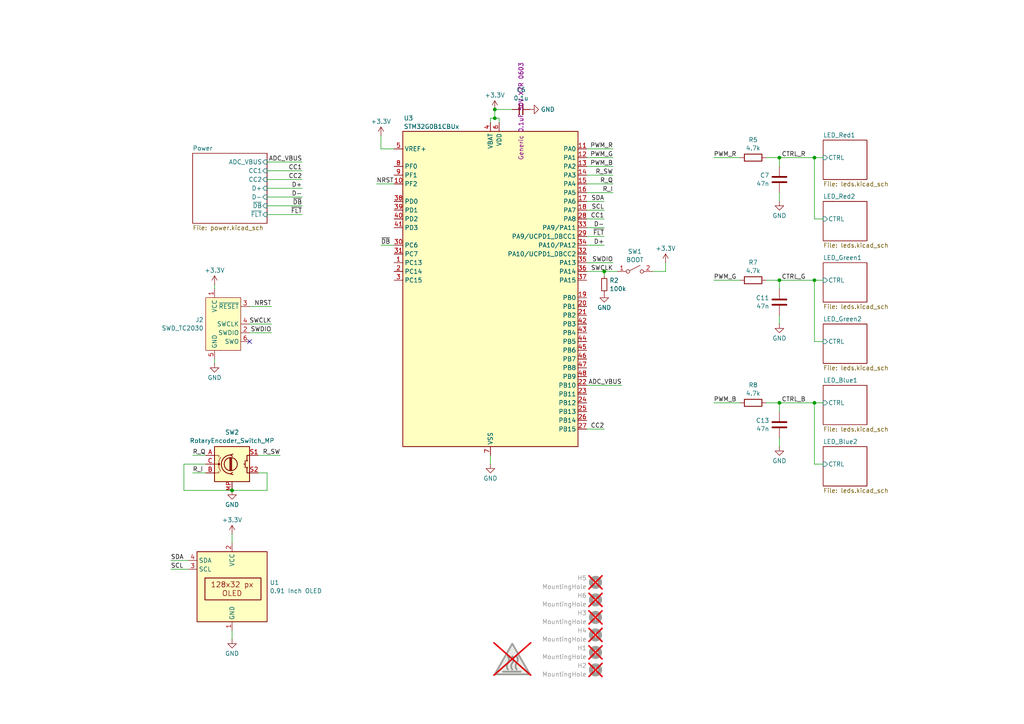
<source format=kicad_sch>
(kicad_sch (version 20250114) (generator "eeschema") (generator_version "9.0")
  (paper "A4")
  (lib_symbols
    (symbol "Connector:Conn_ARM_SWD_TagConnect_TC2030-NL" (in_bom no)
      (property "Reference" "J" (at 2.54 11.43 0))
      (property "Value" "Conn_ARM_SWD_TagConnect_TC2030-NL" (at 2.54 8.89 0))
      (symbol "Conn_ARM_SWD_TagConnect_TC2030-NL_0_0"
        (pin power_in line (at -2.54 10.16 270) (length 2.54) (name "VCC") (number "1"))
        (pin power_in line (at -2.54 -10.16 90) (length 2.54) (name "GND") (number "5"))
        (pin open_collector line (at 7.62 5.08 180) (length 2.54) (name "~{RESET}") (number "3"))
        (pin output line (at 7.62 0 180) (length 2.54) (name "SWCLK") (number "4"))
        (pin bidirectional line (at 7.62 -2.54 180) (length 2.54) (name "SWDIO") (number "2"))
        (pin input line (at 7.62 -5.08 180) (length 2.54) (name "SWO") (number "6"))
      )
      (symbol "Conn_ARM_SWD_TagConnect_TC2030-NL_0_1"
        (rectangle (start -5.08 7.62) (end 5.08 -7.62) (fill (type background)))
      )
    )
    (symbol "Device:C" (pin_numbers (hide yes)) (pin_names (offset 0.254))
      (property "Reference" "C" (at 0.635 2.54 0))
      (property "Value" "C" (at 0.635 -2.54 0))
      (symbol "C_0_1"
        (polyline (pts (xy -2.032 0.762) (xy 2.032 0.762)) (stroke (width 0.508)))
        (polyline (pts (xy -2.032 -0.762) (xy 2.032 -0.762)) (stroke (width 0.508)))
      )
      (symbol "C_1_1"
        (pin passive line (at 0 3.81 270) (length 2.794) (name "~") (number "1"))
        (pin passive line (at 0 -3.81 90) (length 2.794) (name "~") (number "2"))
      )
    )
    (symbol "Device:C_Small" (pin_numbers (hide yes)) (pin_names (offset 0.254) (hide yes))
      (property "Reference" "C" (at 0.254 1.778 0))
      (property "Value" "C_Small" (at 0.254 -2.032 0))
      (symbol "C_Small_0_1"
        (polyline (pts (xy -1.524 0.508) (xy 1.524 0.508)) (stroke (width 0.3048)))
        (polyline (pts (xy -1.524 -0.508) (xy 1.524 -0.508)) (stroke (width 0.3302)))
      )
      (symbol "C_Small_1_1"
        (pin passive line (at 0 2.54 270) (length 2.032) (name "~") (number "1"))
        (pin passive line (at 0 -2.54 90) (length 2.032) (name "~") (number "2"))
      )
    )
    (symbol "Device:R" (pin_numbers (hide yes)) (pin_names (offset 0))
      (property "Reference" "R" (at 2.032 0 90))
      (property "Value" "R" (at 0 0 90))
      (symbol "R_0_1"
        (rectangle (start -1.016 -2.54) (end 1.016 2.54) (stroke (width 0.254)))
      )
      (symbol "R_1_1"
        (pin passive line (at 0 3.81 270) (length 1.27) (name "~") (number "1"))
        (pin passive line (at 0 -3.81 90) (length 1.27) (name "~") (number "2"))
      )
    )
    (symbol "Device:R_Small" (pin_numbers (hide yes)) (pin_names (offset 0.254) (hide yes))
      (property "Reference" "R" (at 0.762 0.508 0))
      (property "Value" "R_Small" (at 0.762 -1.016 0))
      (symbol "R_Small_0_1"
        (rectangle (start -0.762 1.778) (end 0.762 -1.778) (stroke (width 0.2032)))
      )
      (symbol "R_Small_1_1"
        (pin passive line (at 0 2.54 270) (length 0.762) (name "~") (number "1"))
        (pin passive line (at 0 -2.54 90) (length 0.762) (name "~") (number "2"))
      )
    )
    (symbol "Device:RotaryEncoder_Switch_MP" (pin_names (offset 0.254) (hide yes))
      (property "Reference" "SW" (at 0 8.89 0))
      (property "Value" "RotaryEncoder_Switch_MP" (at 0 6.35 0))
      (symbol "RotaryEncoder_Switch_MP_0_1"
        (rectangle (start -5.08 5.08) (end 5.08 -5.08) (stroke (width 0.254)) (fill (type background)))
        (polyline (pts (xy -5.08 2.54) (xy -3.81 2.54) (xy -3.81 2.032)))
        (polyline (pts (xy -5.08 0) (xy -3.81 0) (xy -3.81 -1.016) (xy -3.302 -2.032)))
        (polyline (pts (xy -5.08 -2.54) (xy -3.81 -2.54) (xy -3.81 -2.032)))
        (polyline (pts (xy -4.318 0) (xy -3.81 0) (xy -3.81 1.016) (xy -3.302 2.032)))
        (circle (center -3.81 0) (radius 0.254) (fill (type outline)))
        (polyline (pts (xy -0.635 -1.778) (xy -0.635 1.778)) (stroke (width 0.254)))
        (circle (center -0.381 0) (radius 1.905) (stroke (width 0.254)))
        (polyline (pts (xy -0.381 -1.778) (xy -0.381 1.778)) (stroke (width 0.254)))
        (arc (start -0.381 -2.794) (mid -3.0988 -0.0635) (end -0.381 2.667) (stroke (width 0.254)))
        (polyline (pts (xy -0.127 1.778) (xy -0.127 -1.778)) (stroke (width 0.254)))
        (polyline (pts (xy 0.254 2.921) (xy -0.508 2.667) (xy 0.127 2.286)) (stroke (width 0.254)))
        (polyline (pts (xy 0.254 -3.048) (xy -0.508 -2.794) (xy 0.127 -2.413)) (stroke (width 0.254)))
        (polyline (pts (xy 3.81 1.016) (xy 3.81 -1.016)) (stroke (width 0.254)))
        (polyline (pts (xy 3.81 0) (xy 3.429 0)) (stroke (width 0.254)))
        (circle (center 4.318 1.016) (radius 0.127) (stroke (width 0.254)))
        (circle (center 4.318 -1.016) (radius 0.127) (stroke (width 0.254)))
        (polyline (pts (xy 5.08 2.54) (xy 4.318 2.54) (xy 4.318 1.016)) (stroke (width 0.254)))
        (polyline (pts (xy 5.08 -2.54) (xy 4.318 -2.54) (xy 4.318 -1.016)) (stroke (width 0.254)))
      )
      (symbol "RotaryEncoder_Switch_MP_1_1"
        (pin passive line (at -7.62 2.54 0) (length 2.54) (name "A") (number "A"))
        (pin passive line (at -7.62 0 0) (length 2.54) (name "C") (number "C"))
        (pin passive line (at -7.62 -2.54 0) (length 2.54) (name "B") (number "B"))
        (pin passive line (at 0 -7.62 90) (length 2.54) (name "MP") (number "MP"))
        (pin passive line (at 7.62 2.54 180) (length 2.54) (name "S1") (number "S1"))
        (pin passive line (at 7.62 -2.54 180) (length 2.54) (name "S2") (number "S2"))
      )
    )
    (symbol "Display_Graphic:0.91_Inch_OLED"
      (property "Reference" "U" (at 21.844 -5.842 0))
      (property "Value" "0.91 Inch OLED" (at 28.702 -8.128 0))
      (symbol "0.91_Inch_OLED_1_1"
        (rectangle (start 0 0) (end 20.32 -20.32) (stroke (width 0.254)) (fill (type background)))
        (rectangle (start 2.286 -7.62) (end 18.542 -13.97) (stroke (width 0.254)))
        (text "128x32 px" (at 10.16 -9.525 0) (effects (font (size 1.524 1.524))))
        (text "OLED" (at 10.16 -12.065 0) (effects (font (size 1.524 1.524))))
        (pin bidirectional line (at -2.54 -2.54 0) (length 2.54) (name "SDA") (number "4"))
        (pin input line (at -2.54 -5.08 0) (length 2.54) (name "SCL") (number "3"))
        (pin power_in line (at 10.16 2.54 270) (length 2.54) (name "VCC") (number "2"))
        (pin power_in line (at 10.16 -22.86 90) (length 2.54) (name "GND") (number "1"))
      )
    )
    (symbol "Graphic:SYM_Hot_Large" (on_board no)
      (symbol "SYM_Hot_Large_0_1"
        (polyline (pts (xy -5.08 -5.08) (xy 5.08 -5.08) (xy 0 3.81) (xy -5.08 -5.08)) (stroke (width 0.508)) (fill (type background)))
        (arc (start -1.27 -1.778) (mid -0.9449 -2.7305) (end -1.27 -3.683) (stroke (width 0.508)))
        (polyline (pts (xy -2.413 -4.318) (xy 2.667 -4.318)) (stroke (width 0.508)))
        (arc (start 0 -1.778) (mid 0.3251 -2.7305) (end 0 -3.683) (stroke (width 0.508)))
        (arc (start -1.27 -1.778) (mid -1.5951 -0.8255) (end -1.27 0.127) (stroke (width 0.508)))
        (arc (start 1.27 -1.778) (mid 1.5951 -2.7305) (end 1.27 -3.683) (stroke (width 0.508)))
        (arc (start 0 -1.778) (mid -0.3251 -0.8255) (end 0 0.127) (stroke (width 0.508)))
        (arc (start 1.27 -1.778) (mid 0.9449 -0.8255) (end 1.27 0.127) (stroke (width 0.508)))
      )
    )
    (symbol "MCU_ST_STM32G0:STM32G0B1CBUx"
      (property "Reference" "U" (at -25.4 46.99 0))
      (property "Value" "STM32G0B1CBUx" (at 5.08 46.99 0))
      (symbol "STM32G0B1CBUx_0_1"
        (rectangle (start -25.4 -45.72) (end 25.4 45.72) (stroke (width 0.254)) (fill (type background)))
      )
      (symbol "STM32G0B1CBUx_1_1"
        (pin input line (at -27.94 40.64 0) (length 2.54) (name "VREF+") (number "5"))
        (pin bidirectional line (at -27.94 35.56 0) (length 2.54) (name "PF0") (number "8"))
        (pin bidirectional line (at -27.94 33.02 0) (length 2.54) (name "PF1") (number "9"))
        (pin bidirectional line (at -27.94 30.48 0) (length 2.54) (name "PF2") (number "10"))
        (pin bidirectional line (at -27.94 25.4 0) (length 2.54) (name "PD0") (number "38"))
        (pin bidirectional line (at -27.94 22.86 0) (length 2.54) (name "PD1") (number "39"))
        (pin bidirectional line (at -27.94 20.32 0) (length 2.54) (name "PD2") (number "40"))
        (pin bidirectional line (at -27.94 17.78 0) (length 2.54) (name "PD3") (number "41"))
        (pin bidirectional line (at -27.94 12.7 0) (length 2.54) (name "PC6") (number "30"))
        (pin bidirectional line (at -27.94 10.16 0) (length 2.54) (name "PC7") (number "31"))
        (pin bidirectional line (at -27.94 7.62 0) (length 2.54) (name "PC13") (number "1"))
        (pin bidirectional line (at -27.94 5.08 0) (length 2.54) (name "PC14") (number "2"))
        (pin bidirectional line (at -27.94 2.54 0) (length 2.54) (name "PC15") (number "3"))
        (pin power_in line (at 0 48.26 270) (length 2.54) (name "VBAT") (number "4"))
        (pin passive line (at 0 -48.26 90) (length 2.54) (hide yes) (name "VSS") (number "49"))
        (pin power_in line (at 0 -48.26 90) (length 2.54) (name "VSS") (number "7"))
        (pin power_in line (at 2.54 48.26 270) (length 2.54) (name "VDD") (number "6"))
        (pin bidirectional line (at 27.94 40.64 180) (length 2.54) (name "PA0") (number "11"))
        (pin bidirectional line (at 27.94 38.1 180) (length 2.54) (name "PA1") (number "12"))
        (pin bidirectional line (at 27.94 35.56 180) (length 2.54) (name "PA2") (number "13"))
        (pin bidirectional line (at 27.94 33.02 180) (length 2.54) (name "PA3") (number "14"))
        (pin bidirectional line (at 27.94 30.48 180) (length 2.54) (name "PA4") (number "15"))
        (pin bidirectional line (at 27.94 27.94 180) (length 2.54) (name "PA5") (number "16"))
        (pin bidirectional line (at 27.94 25.4 180) (length 2.54) (name "PA6") (number "17"))
        (pin bidirectional line (at 27.94 22.86 180) (length 2.54) (name "PA7") (number "18"))
        (pin bidirectional line (at 27.94 20.32 180) (length 2.54) (name "PA8") (number "28"))
        (pin bidirectional line (at 27.94 17.78 180) (length 2.54) (name "PA9/PA11") (number "33"))
        (pin bidirectional line (at 27.94 15.24 180) (length 2.54) (name "PA9/UCPD1_DBCC1") (number "29"))
        (pin bidirectional line (at 27.94 12.7 180) (length 2.54) (name "PA10/PA12") (number "34"))
        (pin bidirectional line (at 27.94 10.16 180) (length 2.54) (name "PA10/UCPD1_DBCC2") (number "32"))
        (pin bidirectional line (at 27.94 7.62 180) (length 2.54) (name "PA13") (number "35"))
        (pin bidirectional line (at 27.94 5.08 180) (length 2.54) (name "PA14") (number "36"))
        (pin bidirectional line (at 27.94 2.54 180) (length 2.54) (name "PA15") (number "37"))
        (pin bidirectional line (at 27.94 -2.54 180) (length 2.54) (name "PB0") (number "19"))
        (pin bidirectional line (at 27.94 -5.08 180) (length 2.54) (name "PB1") (number "20"))
        (pin bidirectional line (at 27.94 -7.62 180) (length 2.54) (name "PB2") (number "21"))
        (pin bidirectional line (at 27.94 -10.16 180) (length 2.54) (name "PB3") (number "42"))
        (pin bidirectional line (at 27.94 -12.7 180) (length 2.54) (name "PB4") (number "43"))
        (pin bidirectional line (at 27.94 -15.24 180) (length 2.54) (name "PB5") (number "44"))
        (pin bidirectional line (at 27.94 -17.78 180) (length 2.54) (name "PB6") (number "45"))
        (pin bidirectional line (at 27.94 -20.32 180) (length 2.54) (name "PB7") (number "46"))
        (pin bidirectional line (at 27.94 -22.86 180) (length 2.54) (name "PB8") (number "47"))
        (pin bidirectional line (at 27.94 -25.4 180) (length 2.54) (name "PB9") (number "48"))
        (pin bidirectional line (at 27.94 -27.94 180) (length 2.54) (name "PB10") (number "22"))
        (pin bidirectional line (at 27.94 -30.48 180) (length 2.54) (name "PB11") (number "23"))
        (pin bidirectional line (at 27.94 -33.02 180) (length 2.54) (name "PB12") (number "24"))
        (pin bidirectional line (at 27.94 -35.56 180) (length 2.54) (name "PB13") (number "25"))
        (pin bidirectional line (at 27.94 -38.1 180) (length 2.54) (name "PB14") (number "26"))
        (pin bidirectional line (at 27.94 -40.64 180) (length 2.54) (name "PB15") (number "27"))
      )
    )
    (symbol "Mechanical:MountingHole" (pin_names (offset 1.016))
      (property "Reference" "H" (at 0 5.08 0))
      (property "Value" "MountingHole" (at 0 3.175 0))
      (symbol "MountingHole_0_1"
        (circle (center 0 0) (radius 1.27) (stroke (width 1.27)))
      )
    )
    (symbol "Switch:SW_SPST" (pin_names (offset 0) (hide yes))
      (property "Reference" "SW" (at 0 3.175 0))
      (property "Value" "SW_SPST" (at 0 -2.54 0))
      (symbol "SW_SPST_0_0"
        (circle (center -2.032 0) (radius 0.508))
        (polyline (pts (xy -1.524 0.254) (xy 1.524 1.778)))
        (circle (center 2.032 0) (radius 0.508))
      )
      (symbol "SW_SPST_1_1"
        (pin passive line (at -5.08 0 0) (length 2.54) (name "A") (number "1"))
        (pin passive line (at 5.08 0 180) (length 2.54) (name "B") (number "2"))
      )
    )
    (symbol "power:+3.3V" (power) (pin_numbers (hide yes)) (pin_names (offset 0) (hide yes))
      (property "Value" "+3.3V" (at 0 3.556 0))
      (symbol "+3.3V_0_1"
        (polyline (pts (xy -0.762 1.27) (xy 0 2.54)))
        (polyline (pts (xy 0 2.54) (xy 0.762 1.27)))
        (polyline (pts (xy 0 0) (xy 0 2.54)))
      )
      (symbol "+3.3V_1_1"
        (pin power_in line (at 0 0 90) (length 0) (name "~") (number "1"))
      )
    )
    (symbol "power:GND" (power) (pin_numbers (hide yes)) (pin_names (offset 0) (hide yes))
      (property "Value" "GND" (at 0 -3.81 0))
      (symbol "GND_0_1"
        (polyline (pts (xy 0 0) (xy 0 -1.27) (xy 1.27 -1.27) (xy 0 -2.54) (xy -1.27 -1.27) (xy 0 -1.27)))
      )
      (symbol "GND_1_1"
        (pin power_in line (at 0 0 270) (length 0) (name "~") (number "1"))
      )
    )
  )
  (junction (at 143.51 34.29))
  (junction (at 226.06 81.28))
  (junction (at 226.06 45.72))
  (junction (at 236.22 81.28))
  (junction (at 175.26 78.74))
  (junction (at 143.51 31.75))
  (junction (at 236.22 45.72))
  (junction (at 226.06 116.84))
  (junction (at 67.31 142.24))
  (junction (at 236.22 116.84))
  (no_connect (at 72.39 99.06))
  (wire (pts (xy 226.06 116.84) (xy 222.25 116.84)))
  (wire (pts (xy 77.47 46.99) (xy 87.63 46.99)))
  (wire (pts (xy 226.06 45.72) (xy 236.22 45.72)))
  (wire (pts (xy 143.51 34.29) (xy 144.78 34.29)))
  (wire (pts (xy 49.53 165.1) (xy 54.61 165.1)))
  (wire (pts (xy 170.18 66.04) (xy 175.26 66.04)))
  (wire (pts (xy 53.34 142.24) (xy 67.31 142.24)))
  (wire (pts (xy 226.06 45.72) (xy 222.25 45.72)))
  (wire (pts (xy 74.93 132.08) (xy 81.28 132.08)))
  (wire (pts (xy 74.93 137.16) (xy 77.47 137.16)))
  (wire (pts (xy 77.47 49.53) (xy 87.63 49.53)))
  (wire (pts (xy 110.49 71.12) (xy 114.3 71.12)))
  (wire (pts (xy 226.06 116.84) (xy 226.06 119.38)))
  (wire (pts (xy 67.31 182.88) (xy 67.31 185.42)))
  (wire (pts (xy 214.63 81.28) (xy 207.01 81.28)))
  (wire (pts (xy 170.18 48.26) (xy 177.8 48.26)))
  (wire (pts (xy 143.51 31.75) (xy 143.51 34.29)))
  (wire (pts (xy 236.22 81.28) (xy 236.22 99.06)))
  (wire (pts (xy 226.06 81.28) (xy 226.06 83.82)))
  (wire (pts (xy 226.06 91.44) (xy 226.06 93.98)))
  (wire (pts (xy 175.26 60.96) (xy 170.18 60.96)))
  (wire (pts (xy 175.26 78.74) (xy 179.07 78.74)))
  (wire (pts (xy 170.18 71.12) (xy 175.26 71.12)))
  (wire (pts (xy 236.22 45.72) (xy 238.76 45.72)))
  (wire (pts (xy 226.06 81.28) (xy 236.22 81.28)))
  (wire (pts (xy 67.31 142.24) (xy 77.47 142.24)))
  (wire (pts (xy 193.04 76.2) (xy 193.04 78.74)))
  (wire (pts (xy 77.47 62.23) (xy 87.63 62.23)))
  (wire (pts (xy 77.47 59.69) (xy 87.63 59.69)))
  (wire (pts (xy 142.24 34.29) (xy 143.51 34.29)))
  (wire (pts (xy 67.31 154.94) (xy 67.31 157.48)))
  (wire (pts (xy 72.39 88.9) (xy 78.74 88.9)))
  (wire (pts (xy 77.47 52.07) (xy 87.63 52.07)))
  (wire (pts (xy 236.22 116.84) (xy 238.76 116.84)))
  (wire (pts (xy 53.34 134.62) (xy 53.34 142.24)))
  (wire (pts (xy 144.78 34.29) (xy 144.78 35.56)))
  (wire (pts (xy 55.88 137.16) (xy 59.69 137.16)))
  (wire (pts (xy 72.39 96.52) (xy 78.74 96.52)))
  (wire (pts (xy 170.18 55.88) (xy 177.8 55.88)))
  (wire (pts (xy 226.06 81.28) (xy 222.25 81.28)))
  (wire (pts (xy 142.24 34.29) (xy 142.24 35.56)))
  (wire (pts (xy 236.22 45.72) (xy 236.22 63.5)))
  (wire (pts (xy 236.22 99.06) (xy 238.76 99.06)))
  (wire (pts (xy 189.23 78.74) (xy 193.04 78.74)))
  (wire (pts (xy 72.39 93.98) (xy 78.74 93.98)))
  (wire (pts (xy 236.22 63.5) (xy 238.76 63.5)))
  (wire (pts (xy 77.47 54.61) (xy 87.63 54.61)))
  (wire (pts (xy 180.34 111.76) (xy 170.18 111.76)))
  (wire (pts (xy 55.88 132.08) (xy 59.69 132.08)))
  (wire (pts (xy 236.22 134.62) (xy 238.76 134.62)))
  (wire (pts (xy 143.51 31.75) (xy 148.59 31.75)))
  (wire (pts (xy 175.26 58.42) (xy 170.18 58.42)))
  (wire (pts (xy 226.06 116.84) (xy 236.22 116.84)))
  (wire (pts (xy 170.18 63.5) (xy 175.26 63.5)))
  (wire (pts (xy 62.23 82.55) (xy 62.23 83.82)))
  (wire (pts (xy 170.18 78.74) (xy 175.26 78.74)))
  (wire (pts (xy 170.18 53.34) (xy 177.8 53.34)))
  (wire (pts (xy 226.06 127) (xy 226.06 129.54)))
  (wire (pts (xy 53.34 134.62) (xy 59.69 134.62)))
  (wire (pts (xy 109.22 53.34) (xy 114.3 53.34)))
  (wire (pts (xy 170.18 124.46) (xy 175.26 124.46)))
  (wire (pts (xy 214.63 116.84) (xy 207.01 116.84)))
  (wire (pts (xy 177.8 43.18) (xy 170.18 43.18)))
  (wire (pts (xy 175.26 78.74) (xy 175.26 80.01)))
  (wire (pts (xy 177.8 45.72) (xy 170.18 45.72)))
  (wire (pts (xy 170.18 76.2) (xy 177.8 76.2)))
  (wire (pts (xy 62.23 104.14) (xy 62.23 105.41)))
  (wire (pts (xy 226.06 45.72) (xy 226.06 48.26)))
  (wire (pts (xy 49.53 162.56) (xy 54.61 162.56)))
  (wire (pts (xy 77.47 57.15) (xy 87.63 57.15)))
  (wire (pts (xy 214.63 45.72) (xy 207.01 45.72)))
  (wire (pts (xy 110.49 43.18) (xy 114.3 43.18)))
  (wire (pts (xy 110.49 39.37) (xy 110.49 43.18)))
  (wire (pts (xy 236.22 116.84) (xy 236.22 134.62)))
  (wire (pts (xy 170.18 50.8) (xy 177.8 50.8)))
  (wire (pts (xy 236.22 81.28) (xy 238.76 81.28)))
  (wire (pts (xy 77.47 137.16) (xy 77.47 142.24)))
  (wire (pts (xy 226.06 55.88) (xy 226.06 58.42)))
  (wire (pts (xy 142.24 132.08) (xy 142.24 134.62)))
  (wire (pts (xy 170.18 68.58) (xy 175.26 68.58)))
  (label "~{DB}" (at 87.63 59.69 180))
  (label "SWCLK" (at 78.74 93.98 180))
  (label "NRST" (at 109.22 53.34 0))
  (label "SCL" (at 175.26 60.96 180))
  (label "SDA" (at 175.26 58.42 180))
  (label "D-" (at 175.26 66.04 180))
  (label "SWDIO" (at 177.8 76.2 180))
  (label "SWCLK" (at 177.8 78.74 180))
  (label "ADC_VBUS" (at 87.63 46.99 180))
  (label "PWM_B" (at 177.8 48.26 180))
  (label "R_Q" (at 55.88 132.08 0))
  (label "SWDIO" (at 78.74 96.52 180))
  (label "CC2" (at 175.26 124.46 180))
  (label "R_Q" (at 177.8 53.34 180))
  (label "CTRL_G" (at 233.68 81.28 180))
  (label "D-" (at 87.63 57.15 180))
  (label "CC1" (at 87.63 49.53 180))
  (label "PWM_B" (at 207.01 116.84 0))
  (label "R_SW" (at 177.8 50.8 180))
  (label "CTRL_B" (at 233.68 116.84 180))
  (label "SDA" (at 49.53 162.56 0))
  (label "ADC_VBUS" (at 180.34 111.76 180))
  (label "PWM_R" (at 207.01 45.72 0))
  (label "D+" (at 175.26 71.12 180))
  (label "PWM_G" (at 177.8 45.72 180))
  (label "~{FLT}" (at 175.26 68.58 180))
  (label "R_SW" (at 81.28 132.08 180))
  (label "R_I" (at 177.8 55.88 180))
  (label "CC1" (at 175.26 63.5 180))
  (label "SCL" (at 49.53 165.1 0))
  (label "NRST" (at 78.74 88.9 180))
  (label "~{DB}" (at 110.49 71.12 0))
  (label "PWM_R" (at 177.8 43.18 180))
  (label "CC2" (at 87.63 52.07 180))
  (label "~{FLT}" (at 87.63 62.23 180))
  (label "R_I" (at 55.88 137.16 0))
  (label "PWM_G" (at 207.01 81.28 0))
  (label "D+" (at 87.63 54.61 180))
  (label "CTRL_R" (at 233.68 45.72 180))
  (symbol (lib_id "power:GND") (at 67.31 185.42 0) (unit 1)
    (property "Reference" "#PWR064" (effects (hide yes)))
    (property "Value" "GND" (at 67.31 189.5531 0))
    (property "Description" "Power symbol creates a global label with name \"GND\" , ground" (effects (hide yes)))
  )
  (symbol (lib_id "power:GND") (at 226.06 93.98 0) (mirror y) (unit 1)
    (property "Reference" "#PWR015" (effects (hide yes)))
    (property "Value" "GND" (at 226.06 98.1131 0))
    (property "Description" "Power symbol creates a global label with name \"GND\" , ground" (effects (hide yes)))
  )
  (symbol (lib_id "MCU_ST_STM32G0:STM32G0B1CBUx") (at 142.24 83.82 0) (unit 1)
    (property "Reference" "U3" (at 117.094 34.29 0) (effects (justify left)))
    (property "Value" "STM32G0B1CBUx" (at 117.094 36.7143 0) (effects (justify left)))
    (property "Footprint" "Package_DFN_QFN:QFN-48-1EP_7x7mm_P0.5mm_EP5.6x5.6mm" (effects (hide yes)))
    (property "Datasheet" "https://www.st.com/resource/en/datasheet/stm32g0b1cb.pdf" (effects (hide yes)))
    (property "Description" "STMicroelectronics Arm Cortex-M0+ MCU, 128KB flash, 144KB RAM, 64 MHz, 1.7-3.6V, 44 GPIO, UFQFPN48" (effects (hide yes)))
    (property "MPN" "STM32G0B1CBU6" (effects (hide yes)))
  )
  (symbol (lib_id "power:+3.3V") (at 143.51 31.75 0) (unit 1)
    (property "Reference" "#PWR074" (effects (hide yes)))
    (property "Value" "+3.3V" (at 143.51 27.6169 0))
    (property "Description" "Power symbol creates a global label with name \"+3.3V\"" (effects (hide yes)))
  )
  (symbol (lib_id "Graphic:SYM_Hot_Large") (at 148.59 190.5 0) (mirror y) (unit 1) (in_bom no) (dnp yes)
    (property "Reference" "SYM1" (effects (hide yes)))
    (property "Value" "SYM_Hot_Large" (effects (hide yes)))
    (property "Footprint" "Symbol:HOT" (effects (hide yes)))
    (property "Description" "Hot surface warning symbol, large" (effects (hide yes)))
  )
  (symbol (lib_id "power:GND") (at 226.06 129.54 0) (mirror y) (unit 1)
    (property "Reference" "#PWR058" (effects (hide yes)))
    (property "Value" "GND" (at 226.06 133.6731 0))
    (property "Description" "Power symbol creates a global label with name \"GND\" , ground" (effects (hide yes)))
  )
  (symbol (lib_id "Device:R") (at 218.44 116.84 270) (mirror x) (unit 1)
    (property "Reference" "R8" (at 218.44 111.6795 90))
    (property "Value" "4.7k" (at 218.44 114.1038 90))
    (property "Footprint" "Resistor_SMD:R_0603_1608Metric" (effects (hide yes)))
    (property "Description" "Resistor" (effects (hide yes)))
    (property "MPN" "Generic 4.7kΩ 1% 0603" (effects (hide yes)))
  )
  (symbol (lib_id "power:GND") (at 62.23 105.41 0) (unit 1)
    (property "Reference" "#PWR03" (effects (hide yes)))
    (property "Value" "GND" (at 62.23 109.5431 0))
    (property "Description" "Power symbol creates a global label with name \"GND\" , ground" (effects (hide yes)))
  )
  (symbol (lib_id "power:+3.3V") (at 67.31 154.94 0) (unit 1)
    (property "Reference" "#PWR063" (effects (hide yes)))
    (property "Value" "+3.3V" (at 67.31 150.8069 0))
    (property "Description" "Power symbol creates a global label with name \"+3.3V\"" (effects (hide yes)))
  )
  (symbol (lib_id "Mechanical:MountingHole") (at 172.72 173.99 0) (mirror y) (unit 1) (in_bom no) (dnp yes)
    (property "Reference" "H6" (at 170.18 172.7199 0) (effects (justify left)))
    (property "Value" "MountingHole" (at 170.18 175.2599 0) (effects (justify left)))
    (property "Footprint" "MountingHole:MountingHole_2.2mm_M2_Mask_5mm" (effects (hide yes)))
    (property "Description" "Mounting Hole without connection" (effects (hide yes)))
  )
  (symbol (lib_id "Device:R_Small") (at 175.26 82.55 0) (unit 1)
    (property "Reference" "R2" (at 176.7586 81.3378 0) (effects (justify left)))
    (property "Value" "100k" (at 176.7586 83.7621 0) (effects (justify left)))
    (property "Footprint" "Resistor_SMD:R_0603_1608Metric" (effects (hide yes)))
    (property "Description" "Resistor, small symbol" (effects (hide yes)))
    (property "MPN" "Generic 100kΩ 1% 0603" (effects (hide yes)))
  )
  (symbol (lib_id "power:+3.3V") (at 62.23 82.55 0) (unit 1)
    (property "Reference" "#PWR04" (effects (hide yes)))
    (property "Value" "+3.3V" (at 62.23 78.4169 0))
    (property "Description" "Power symbol creates a global label with name \"+3.3V\"" (effects (hide yes)))
  )
  (symbol (lib_id "Mechanical:MountingHole") (at 172.72 179.07 0) (mirror y) (unit 1) (in_bom no) (dnp yes)
    (property "Reference" "H3" (at 170.18 177.7999 0) (effects (justify left)))
    (property "Value" "MountingHole" (at 170.18 180.3399 0) (effects (justify left)))
    (property "Footprint" "MountingHole:MountingHole_2.2mm_M2_Mask_5mm" (effects (hide yes)))
    (property "Description" "Mounting Hole without connection" (effects (hide yes)))
  )
  (symbol (lib_id "Display_Graphic:0.91_Inch_OLED") (at 57.15 160.02 0) (unit 1)
    (property "Reference" "U1" (at 78.232 168.9678 0) (effects (justify left)))
    (property "Value" "0.91 Inch OLED" (at 78.232 171.3921 0) (effects (justify left)))
    (property "Footprint" "Display:0.91_Inch_OLED" (effects (hide yes)))
    (property "MPN" "Monochrome OLED 0.91\" 128x32 (Aliexpress)" (effects (hide yes)))
  )
  (symbol (lib_id "Device:R") (at 218.44 45.72 270) (mirror x) (unit 1)
    (property "Reference" "R5" (at 218.44 40.5595 90))
    (property "Value" "4.7k" (at 218.44 42.9838 90))
    (property "Footprint" "Resistor_SMD:R_0603_1608Metric" (effects (hide yes)))
    (property "Description" "Resistor" (effects (hide yes)))
    (property "MPN" "Generic 4.7kΩ 1% 0603" (effects (hide yes)))
  )
  (symbol (lib_id "power:GND") (at 142.24 134.62 0) (unit 1)
    (property "Reference" "#PWR075" (effects (hide yes)))
    (property "Value" "GND" (at 142.24 138.7531 0))
    (property "Description" "Power symbol creates a global label with name \"GND\" , ground" (effects (hide yes)))
  )
  (symbol (lib_id "Mechanical:MountingHole") (at 172.72 189.23 0) (mirror y) (unit 1) (in_bom no) (dnp yes)
    (property "Reference" "H1" (at 170.18 187.9599 0) (effects (justify left)))
    (property "Value" "MountingHole" (at 170.18 190.4999 0) (effects (justify left)))
    (property "Footprint" "MountingHole:MountingHole_2.2mm_M2_Mask_5mm" (effects (hide yes)))
    (property "Description" "Mounting Hole without connection" (effects (hide yes)))
  )
  (symbol (lib_id "power:+3.3V") (at 193.04 76.2 0) (unit 1)
    (property "Reference" "#PWR012" (effects (hide yes)))
    (property "Value" "+3.3V" (at 193.04 72.0669 0))
    (property "Description" "Power symbol creates a global label with name \"+3.3V\"" (effects (hide yes)))
  )
  (symbol (lib_id "Switch:SW_SPST") (at 184.15 78.74 0) (unit 1) (in_bom no)
    (property "Reference" "SW1" (at 184.15 72.9445 0))
    (property "Value" "BOOT" (at 184.15 75.3688 0))
    (property "Footprint" "Jumper:SolderJumper-2_P1.3mm_Open_TrianglePad1.0x1.5mm" (effects (hide yes)))
    (property "Description" "Single Pole Single Throw (SPST) switch" (effects (hide yes)))
  )
  (symbol (lib_id "Mechanical:MountingHole") (at 172.72 194.31 0) (mirror y) (unit 1) (in_bom no) (dnp yes)
    (property "Reference" "H2" (at 170.18 193.0399 0) (effects (justify left)))
    (property "Value" "MountingHole" (at 170.18 195.5799 0) (effects (justify left)))
    (property "Footprint" "MountingHole:MountingHole_2.2mm_M2_Mask_5mm" (effects (hide yes)))
    (property "Description" "Mounting Hole without connection" (effects (hide yes)))
  )
  (symbol (lib_id "Mechanical:MountingHole") (at 172.72 168.91 0) (mirror y) (unit 1) (in_bom no) (dnp yes)
    (property "Reference" "H5" (at 170.18 167.6399 0) (effects (justify left)))
    (property "Value" "MountingHole" (at 170.18 170.1799 0) (effects (justify left)))
    (property "Footprint" "MountingHole:MountingHole_2.2mm_M2_Mask_5mm" (effects (hide yes)))
    (property "Description" "Mounting Hole without connection" (effects (hide yes)))
  )
  (symbol (lib_id "Device:RotaryEncoder_Switch_MP") (at 67.31 134.62 0) (unit 1)
    (property "Reference" "SW2" (at 67.31 125.3955 0))
    (property "Value" "RotaryEncoder_Switch_MP" (at 67.31 127.8198 0))
    (property "Footprint" "Rotary_Encoder:RotaryEncoder_Alps_EC11E-Switch_Vertical_H20mm" (effects (hide yes)))
    (property "Description" "Rotary encoder, dual channel, incremental quadrate outputs, with switch and MP Pin" (effects (hide yes)))
    (property "MPN" "EC11E" (effects (hide yes)))
  )
  (symbol (lib_id "power:GND") (at 67.31 142.24 0) (unit 1)
    (property "Reference" "#PWR060" (effects (hide yes)))
    (property "Value" "GND" (at 67.31 146.3731 0))
    (property "Description" "Power symbol creates a global label with name \"GND\" , ground" (effects (hide yes)))
  )
  (symbol (lib_id "Mechanical:MountingHole") (at 172.72 184.15 0) (mirror y) (unit 1) (in_bom no) (dnp yes)
    (property "Reference" "H4" (at 170.18 182.8799 0) (effects (justify left)))
    (property "Value" "MountingHole" (at 170.18 185.4199 0) (effects (justify left)))
    (property "Footprint" "MountingHole:MountingHole_2.2mm_M2_Mask_5mm" (effects (hide yes)))
    (property "Description" "Mounting Hole without connection" (effects (hide yes)))
  )
  (symbol (lib_id "Device:R") (at 218.44 81.28 270) (mirror x) (unit 1)
    (property "Reference" "R7" (at 218.44 76.1195 90))
    (property "Value" "4.7k" (at 218.44 78.5438 90))
    (property "Footprint" "Resistor_SMD:R_0603_1608Metric" (effects (hide yes)))
    (property "Description" "Resistor" (effects (hide yes)))
    (property "MPN" "Generic 4.7kΩ 1% 0603" (effects (hide yes)))
  )
  (symbol (lib_id "power:+3.3V") (at 110.49 39.37 0) (unit 1)
    (property "Reference" "#PWR01" (effects (hide yes)))
    (property "Value" "+3.3V" (at 110.49 35.2369 0))
    (property "Description" "Power symbol creates a global label with name \"+3.3V\"" (effects (hide yes)))
  )
  (symbol (lib_id "Device:C") (at 226.06 52.07 0) (mirror y) (unit 1)
    (property "Reference" "C7" (at 223.139 50.8578 0) (effects (justify left)))
    (property "Value" "47n" (at 223.139 53.2821 0) (effects (justify left)))
    (property "Footprint" "Capacitor_SMD:C_0805_2012Metric" (effects (hide yes)))
    (property "Description" "Unpolarized capacitor" (effects (hide yes)))
    (property "MPN" "Generic 0.047uF 50V X7R 0805" (effects (hide yes)))
  )
  (symbol (lib_id "power:GND") (at 226.06 58.42 0) (mirror y) (unit 1)
    (property "Reference" "#PWR013" (effects (hide yes)))
    (property "Value" "GND" (at 226.06 62.5531 0))
    (property "Description" "Power symbol creates a global label with name \"GND\" , ground" (effects (hide yes)))
  )
  (symbol (lib_id "Device:C") (at 226.06 123.19 0) (mirror y) (unit 1)
    (property "Reference" "C13" (at 223.139 121.9778 0) (effects (justify left)))
    (property "Value" "47n" (at 223.139 124.4021 0) (effects (justify left)))
    (property "Footprint" "Capacitor_SMD:C_0805_2012Metric" (effects (hide yes)))
    (property "Description" "Unpolarized capacitor" (effects (hide yes)))
    (property "MPN" "Generic 0.047uF 50V X7R 0805" (effects (hide yes)))
  )
  (symbol (lib_id "power:GND") (at 153.67 31.75 90) (unit 1)
    (property "Reference" "#PWR05" (effects (hide yes)))
    (property "Value" "GND" (at 156.845 31.75 90) (effects (justify right)))
    (property "Description" "Power symbol creates a global label with name \"GND\" , ground" (effects (hide yes)))
  )
  (symbol (lib_id "Device:C_Small") (at 151.13 31.75 90) (unit 1)
    (property "Reference" "C6" (at 151.1363 26.0434 90))
    (property "Value" "0.1u" (at 151.1363 28.4677 90))
    (property "Footprint" "Capacitor_SMD:C_0603_1608Metric" (effects (hide yes)))
    (property "Description" "Unpolarized capacitor, small symbol" (effects (hide yes)))
    (property "MPN" "Generic 0.1uF 50V X7R 0603 " (at 151.13 31.75 0))
  )
  (symbol (lib_id "Connector:Conn_ARM_SWD_TagConnect_TC2030-NL") (at 64.77 93.98 0) (unit 1) (in_bom no)
    (property "Reference" "J2" (at 59.0551 92.7678 0) (effects (justify right)))
    (property "Value" "SWD_TC2030" (at 59.0551 95.1921 0) (effects (justify right)))
    (property "Footprint" "Connector:Tag-Connect_TC2030-IDC-NL_2x03_P1.27mm_Vertical" (effects (hide yes)))
    (property "Datasheet" "https://www.tag-connect.com/wp-content/uploads/bsk-pdf-manager/TC2030-CTX_1.pdf" (effects (hide yes)))
    (property "Description" "Tag-Connect ARM Cortex SWD JTAG connector, 6 pin, no legs" (effects (hide yes)))
  )
  (symbol (lib_id "power:GND") (at 175.26 85.09 0) (unit 1)
    (property "Reference" "#PWR02" (effects (hide yes)))
    (property "Value" "GND" (at 175.26 89.2231 0))
    (property "Description" "Power symbol creates a global label with name \"GND\" , ground" (effects (hide yes)))
  )
  (symbol (lib_id "Device:C") (at 226.06 87.63 0) (mirror y) (unit 1)
    (property "Reference" "C11" (at 223.139 86.4178 0) (effects (justify left)))
    (property "Value" "47n" (at 223.139 88.8421 0) (effects (justify left)))
    (property "Footprint" "Capacitor_SMD:C_0805_2012Metric" (effects (hide yes)))
    (property "Description" "Unpolarized capacitor" (effects (hide yes)))
    (property "MPN" "Generic 0.047uF 50V X7R 0805" (effects (hide yes)))
  )
  (sheet (at 238.76 93.98) (size 12.7 11.43) (stroke (width 0.1524))
    (property "Sheetname" "LED_Green2" (at 238.76 93.2684 0) (effects (justify left bottom)))
    (property "Sheetfile" "leds.kicad_sch" (at 238.76 105.9946 0) (effects (justify left top)))
    (property "Label" "green" (effects (hide yes)))
    (property "LED_FP" "LED_SMD:LED_PLCC_2835_Handsoldering" (effects (hide yes)))
    (property "Part" "JE2835AGR-N-0002A0000-N0000001" (effects (hide yes)))
    (pin "CTRL" input (at 238.76 99.06 180))
  )
  (sheet (at 238.76 40.64) (size 12.7 11.43) (stroke (width 0.1524))
    (property "Sheetname" "LED_Red1" (at 238.76 39.9284 0) (effects (justify left bottom)))
    (property "Sheetfile" "leds.kicad_sch" (at 238.76 52.6546 0) (effects (justify left top)))
    (property "Label" "red" (effects (hide yes)))
    (property "LED_FP" "LED_SMD:LED_PLCC_2835_Handsoldering_Reverse" (effects (hide yes)))
    (property "Part" "L1SP-DRD0002800000" (effects (hide yes)))
    (pin "CTRL" input (at 238.76 45.72 180))
  )
  (sheet (at 238.76 129.54) (size 12.7 11.43) (stroke (width 0.1524))
    (property "Sheetname" "LED_Blue2" (at 238.76 128.8284 0) (effects (justify left bottom)))
    (property "Sheetfile" "leds.kicad_sch" (at 238.76 141.5546 0) (effects (justify left top)))
    (property "Label" "blue" (effects (hide yes)))
    (property "LED_FP" "LED_SMD:LED_PLCC_2835_Handsoldering" (effects (hide yes)))
    (property "Part" "JE2835ARY-N-0002A0000-N0000001" (effects (hide yes)))
    (pin "CTRL" input (at 238.76 134.62 180))
  )
  (sheet (at 238.76 76.2) (size 12.7 11.43) (stroke (width 0.1524))
    (property "Sheetname" "LED_Green1" (at 238.76 75.4884 0) (effects (justify left bottom)))
    (property "Sheetfile" "leds.kicad_sch" (at 238.76 88.2146 0) (effects (justify left top)))
    (property "Label" "green" (effects (hide yes)))
    (property "LED_FP" "LED_SMD:LED_PLCC_2835_Handsoldering" (effects (hide yes)))
    (property "Part" "JE2835AGR-N-0002A0000-N0000001" (effects (hide yes)))
    (pin "CTRL" input (at 238.76 81.28 180))
  )
  (sheet (at 238.76 111.76) (size 12.7 11.43) (stroke (width 0.1524))
    (property "Sheetname" "LED_Blue1" (at 238.76 111.0484 0) (effects (justify left bottom)))
    (property "Sheetfile" "leds.kicad_sch" (at 238.76 123.7746 0) (effects (justify left top)))
    (property "Label" "blue" (effects (hide yes)))
    (property "LED_FP" "LED_SMD:LED_PLCC_2835_Handsoldering" (effects (hide yes)))
    (property "Part" "JE2835ARY-N-0002A0000-N0000001" (effects (hide yes)))
    (pin "CTRL" input (at 238.76 116.84 180))
  )
  (sheet (at 238.76 58.42) (size 12.7 11.43) (stroke (width 0.1524))
    (property "Sheetname" "LED_Red2" (at 238.76 57.7084 0) (effects (justify left bottom)))
    (property "Sheetfile" "leds.kicad_sch" (at 238.76 70.4346 0) (effects (justify left top)))
    (property "Label" "red" (effects (hide yes)))
    (property "LED_FP" "LED_SMD:LED_PLCC_2835_Handsoldering_Reverse" (effects (hide yes)))
    (property "Part" "L1SP-DRD0002800000" (effects (hide yes)))
    (pin "CTRL" input (at 238.76 63.5 180))
  )
  (sheet (at 55.88 44.45) (size 21.59 20.32) (stroke (width 0.1524))
    (property "Sheetname" "Power" (at 55.88 43.7384 0) (effects (justify left bottom)))
    (property "Sheetfile" "power.kicad_sch" (at 55.88 65.3546 0) (effects (justify left top)))
    (pin "ADC_VBUS" input (at 77.47 46.99 0))
    (pin "CC1" input (at 77.47 49.53 0))
    (pin "CC2" input (at 77.47 52.07 0))
    (pin "D+" input (at 77.47 54.61 0))
    (pin "D-" input (at 77.47 57.15 0))
    (pin "~{DB}" input (at 77.47 59.69 0))
    (pin "~{FLT}" input (at 77.47 62.23 0))
  )
)
</source>
